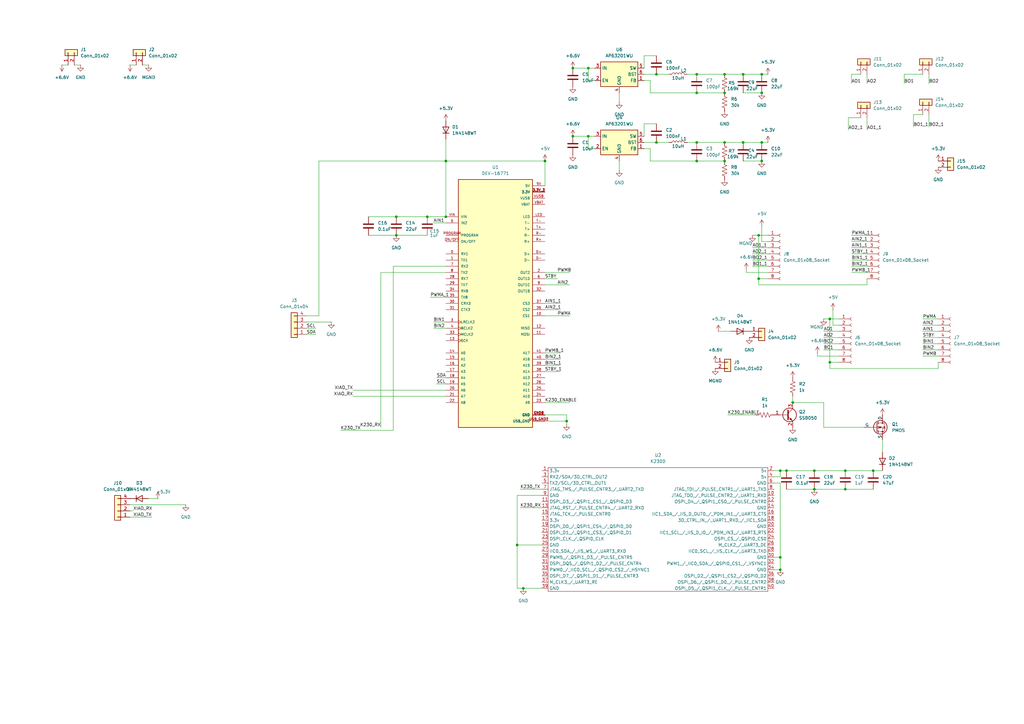
<source format=kicad_sch>
(kicad_sch (version 20250114) (generator "eeschema") (generator_version "9.0")
  (paper "A3")
  (junction (at 312.42 58.42))
  (junction (at 175.26 88.9))
  (junction (at 241.3 55.88))
  (junction (at 241.3 27.94))
  (junction (at 297.18 30.48))
  (junction (at 297.18 66.04))
  (junction (at 334.01 193.04))
  (junction (at 346.71 193.04))
  (junction (at 162.56 96.52))
  (junction (at 297.18 38.1))
  (junction (at 269.24 58.42))
  (junction (at 334.01 200.66))
  (junction (at 312.42 66.04))
  (junction (at 234.95 27.94))
  (junction (at 312.42 38.1))
  (junction (at 182.88 88.9))
  (junction (at 297.18 58.42))
  (junction (at 358.14 193.04))
  (junction (at 214.63 241.3))
  (junction (at 285.75 66.04))
  (junction (at 346.71 200.66))
  (junction (at 304.8 58.42))
  (junction (at 320.04 193.04))
  (junction (at 320.04 233.68))
  (junction (at 232.41 172.72))
  (junction (at 182.88 66.04))
  (junction (at 340.36 148.59))
  (junction (at 311.15 114.3))
  (junction (at 223.52 66.04))
  (junction (at 212.09 223.52))
  (junction (at 162.56 88.9))
  (junction (at 269.24 30.48))
  (junction (at 285.75 30.48))
  (junction (at 322.58 193.04))
  (junction (at 320.04 228.6))
  (junction (at 312.42 30.48))
  (junction (at 340.36 130.81))
  (junction (at 325.12 165.1))
  (junction (at 285.75 58.42))
  (junction (at 234.95 55.88))
  (junction (at 311.15 96.52))
  (junction (at 304.8 30.48))
  (junction (at 285.75 38.1))
  (wire (pts (xy 241.3 60.96) (xy 241.3 55.88)))
  (wire (pts (xy 182.88 66.04) (xy 130.81 66.04)))
  (wire (pts (xy 223.52 147.32) (xy 229.87 147.32)))
  (wire (pts (xy 340.36 130.81) (xy 344.17 130.81)))
  (wire (pts (xy 223.52 172.72) (xy 232.41 172.72)))
  (wire (pts (xy 312.42 66.04) (xy 304.8 66.04)))
  (wire (pts (xy 311.15 114.3) (xy 311.15 96.52)))
  (wire (pts (xy 53.34 207.01) (xy 76.2 207.01)))
  (wire (pts (xy 151.13 96.52) (xy 162.56 96.52)))
  (wire (pts (xy 384.81 151.13) (xy 340.36 151.13)))
  (wire (pts (xy 314.96 111.76) (xy 306.07 111.76)))
  (wire (pts (xy 317.5 228.6) (xy 320.04 228.6)))
  (wire (pts (xy 320.04 193.04) (xy 322.58 193.04)))
  (wire (pts (xy 347.98 48.26) (xy 347.98 53.34)))
  (wire (pts (xy 378.46 140.97) (xy 384.81 140.97)))
  (wire (pts (xy 241.3 55.88) (xy 234.95 55.88)))
  (wire (pts (xy 264.16 58.42) (xy 269.24 58.42)))
  (wire (pts (xy 325.12 162.56) (xy 325.12 165.1)))
  (wire (pts (xy 264.16 22.86) (xy 269.24 22.86)))
  (wire (pts (xy 223.52 170.18) (xy 232.41 170.18)))
  (wire (pts (xy 130.81 129.54) (xy 125.73 129.54)))
  (wire (pts (xy 254 41.91) (xy 254 38.1)))
  (wire (pts (xy 176.53 121.92) (xy 182.88 121.92)))
  (wire (pts (xy 308.61 109.22) (xy 314.96 109.22)))
  (wire (pts (xy 299.72 135.89) (xy 294.64 135.89)))
  (wire (pts (xy 355.6 48.26) (xy 355.6 53.34)))
  (wire (pts (xy 354.33 175.26) (xy 337.82 175.26)))
  (wire (pts (xy 156.21 111.76) (xy 182.88 111.76)))
  (wire (pts (xy 297.18 58.42) (xy 285.75 58.42)))
  (wire (pts (xy 274.32 58.42) (xy 269.24 58.42)))
  (wire (pts (xy 337.82 130.81) (xy 340.36 130.81)))
  (wire (pts (xy 264.16 55.88) (xy 264.16 50.8)))
  (wire (pts (xy 314.96 99.06) (xy 312.42 99.06)))
  (wire (pts (xy 223.52 127) (xy 229.87 127)))
  (wire (pts (xy 182.88 88.9) (xy 175.26 88.9)))
  (wire (pts (xy 139.7 176.53) (xy 161.29 176.53)))
  (wire (pts (xy 243.84 60.96) (xy 241.3 60.96)))
  (wire (pts (xy 223.52 111.76) (xy 233.68 111.76)))
  (wire (pts (xy 308.61 106.68) (xy 314.96 106.68)))
  (wire (pts (xy 344.17 148.59) (xy 340.36 148.59)))
  (wire (pts (xy 306.07 110.49) (xy 306.07 111.76)))
  (wire (pts (xy 349.25 106.68) (xy 355.6 106.68)))
  (wire (pts (xy 335.28 144.78) (xy 335.28 146.05)))
  (wire (pts (xy 297.18 30.48) (xy 285.75 30.48)))
  (wire (pts (xy 370.84 30.48) (xy 378.46 30.48)))
  (wire (pts (xy 337.82 143.51) (xy 344.17 143.51)))
  (wire (pts (xy 179.07 157.48) (xy 182.88 157.48)))
  (wire (pts (xy 53.34 26.67) (xy 55.88 26.67)))
  (wire (pts (xy 314.96 58.42) (xy 312.42 58.42)))
  (wire (pts (xy 346.71 200.66) (xy 358.14 200.66)))
  (wire (pts (xy 381 30.48) (xy 381 34.29)))
  (wire (pts (xy 223.52 149.86) (xy 229.87 149.86)))
  (wire (pts (xy 232.41 172.72) (xy 232.41 173.99)))
  (wire (pts (xy 349.25 101.6) (xy 355.6 101.6)))
  (wire (pts (xy 378.46 146.05) (xy 384.81 146.05)))
  (wire (pts (xy 374.65 46.99) (xy 378.46 46.99)))
  (wire (pts (xy 264.16 50.8) (xy 269.24 50.8)))
  (wire (pts (xy 33.02 26.67) (xy 30.48 26.67)))
  (wire (pts (xy 60.96 26.67) (xy 58.42 26.67)))
  (wire (pts (xy 311.15 116.84) (xy 311.15 114.3)))
  (wire (pts (xy 285.75 38.1) (xy 266.7 38.1)))
  (wire (pts (xy 355.6 116.84) (xy 311.15 116.84)))
  (wire (pts (xy 370.84 30.48) (xy 370.84 34.29)))
  (wire (pts (xy 314.96 114.3) (xy 311.15 114.3)))
  (wire (pts (xy 156.21 111.76) (xy 156.21 175.26)))
  (wire (pts (xy 297.18 66.04) (xy 285.75 66.04)))
  (wire (pts (xy 177.8 134.62) (xy 182.88 134.62)))
  (wire (pts (xy 322.58 200.66) (xy 334.01 200.66)))
  (wire (pts (xy 320.04 198.12) (xy 320.04 228.6)))
  (wire (pts (xy 144.78 162.56) (xy 182.88 162.56)))
  (wire (pts (xy 337.82 135.89) (xy 344.17 135.89)))
  (wire (pts (xy 241.3 33.02) (xy 241.3 27.94)))
  (wire (pts (xy 344.17 133.35) (xy 341.63 133.35)))
  (wire (pts (xy 151.13 88.9) (xy 162.56 88.9)))
  (wire (pts (xy 222.25 203.2) (xy 212.09 203.2)))
  (wire (pts (xy 223.52 152.4) (xy 229.87 152.4)))
  (wire (pts (xy 161.29 176.53) (xy 161.29 109.22)))
  (wire (pts (xy 64.77 204.47) (xy 60.96 204.47)))
  (wire (pts (xy 334.01 200.66) (xy 346.71 200.66)))
  (wire (pts (xy 317.5 198.12) (xy 320.04 198.12)))
  (wire (pts (xy 308.61 96.52) (xy 311.15 96.52)))
  (wire (pts (xy 125.73 134.62) (xy 129.54 134.62)))
  (wire (pts (xy 266.7 38.1) (xy 266.7 33.02)))
  (wire (pts (xy 223.52 124.46) (xy 229.87 124.46)))
  (wire (pts (xy 314.96 30.48) (xy 312.42 30.48)))
  (wire (pts (xy 125.73 132.08) (xy 135.89 132.08)))
  (wire (pts (xy 384.81 148.59) (xy 384.81 151.13)))
  (wire (pts (xy 312.42 92.71) (xy 312.42 99.06)))
  (wire (pts (xy 381 46.99) (xy 381 52.07)))
  (wire (pts (xy 213.36 200.66) (xy 222.25 200.66)))
  (wire (pts (xy 177.8 91.44) (xy 182.88 91.44)))
  (wire (pts (xy 334.01 193.04) (xy 346.71 193.04)))
  (wire (pts (xy 223.52 165.1) (xy 233.68 165.1)))
  (wire (pts (xy 349.25 109.22) (xy 355.6 109.22)))
  (wire (pts (xy 304.8 58.42) (xy 297.18 58.42)))
  (wire (pts (xy 320.04 233.68) (xy 317.5 233.68)))
  (wire (pts (xy 349.25 104.14) (xy 355.6 104.14)))
  (wire (pts (xy 378.46 138.43) (xy 384.81 138.43)))
  (wire (pts (xy 311.15 96.52) (xy 314.96 96.52)))
  (wire (pts (xy 340.36 148.59) (xy 340.36 130.81)))
  (wire (pts (xy 232.41 170.18) (xy 232.41 172.72)))
  (wire (pts (xy 274.32 30.48) (xy 269.24 30.48)))
  (wire (pts (xy 177.8 132.08) (xy 182.88 132.08)))
  (wire (pts (xy 281.94 30.48) (xy 285.75 30.48)))
  (wire (pts (xy 223.52 129.54) (xy 233.68 129.54)))
  (wire (pts (xy 308.61 104.14) (xy 314.96 104.14)))
  (wire (pts (xy 223.52 116.84) (xy 233.68 116.84)))
  (wire (pts (xy 322.58 193.04) (xy 334.01 193.04)))
  (wire (pts (xy 213.36 208.28) (xy 222.25 208.28)))
  (wire (pts (xy 254 69.85) (xy 254 66.04)))
  (wire (pts (xy 344.17 146.05) (xy 335.28 146.05)))
  (wire (pts (xy 281.94 58.42) (xy 285.75 58.42)))
  (wire (pts (xy 264.16 30.48) (xy 269.24 30.48)))
  (wire (pts (xy 222.25 223.52) (xy 212.09 223.52)))
  (wire (pts (xy 264.16 27.94) (xy 264.16 22.86)))
  (wire (pts (xy 266.7 66.04) (xy 266.7 60.96)))
  (wire (pts (xy 162.56 88.9) (xy 175.26 88.9)))
  (wire (pts (xy 62.23 212.09) (xy 53.34 212.09)))
  (wire (pts (xy 53.34 209.55) (xy 54.61 209.55)))
  (wire (pts (xy 337.82 175.26) (xy 337.82 165.1)))
  (wire (pts (xy 346.71 193.04) (xy 358.14 193.04)))
  (wire (pts (xy 337.82 165.1) (xy 325.12 165.1)))
  (wire (pts (xy 349.25 111.76) (xy 355.6 111.76)))
  (wire (pts (xy 349.25 30.48) (xy 349.25 34.29)))
  (wire (pts (xy 355.6 114.3) (xy 355.6 116.84)))
  (wire (pts (xy 378.46 143.51) (xy 384.81 143.51)))
  (wire (pts (xy 340.36 151.13) (xy 340.36 148.59)))
  (wire (pts (xy 304.8 30.48) (xy 297.18 30.48)))
  (wire (pts (xy 162.56 96.52) (xy 175.26 96.52)))
  (wire (pts (xy 312.42 38.1) (xy 304.8 38.1)))
  (wire (pts (xy 298.45 170.18) (xy 309.88 170.18)))
  (wire (pts (xy 349.25 99.06) (xy 355.6 99.06)))
  (wire (pts (xy 317.5 195.58) (xy 320.04 195.58)))
  (wire (pts (xy 266.7 33.02) (xy 264.16 33.02)))
  (wire (pts (xy 223.52 66.04) (xy 182.88 66.04)))
  (wire (pts (xy 212.09 223.52) (xy 212.09 241.3)))
  (wire (pts (xy 349.25 30.48) (xy 353.06 30.48)))
  (wire (pts (xy 125.73 137.16) (xy 129.54 137.16)))
  (wire (pts (xy 223.52 76.2) (xy 223.52 66.04)))
  (wire (pts (xy 285.75 66.04) (xy 266.7 66.04)))
  (wire (pts (xy 308.61 101.6) (xy 314.96 101.6)))
  (wire (pts (xy 161.29 109.22) (xy 182.88 109.22)))
  (wire (pts (xy 378.46 133.35) (xy 384.81 133.35)))
  (wire (pts (xy 25.4 26.67) (xy 27.94 26.67)))
  (wire (pts (xy 320.04 195.58) (xy 320.04 193.04)))
  (wire (pts (xy 341.63 127) (xy 341.63 133.35)))
  (wire (pts (xy 266.7 60.96) (xy 264.16 60.96)))
  (wire (pts (xy 355.6 30.48) (xy 355.6 34.29)))
  (wire (pts (xy 243.84 27.94) (xy 241.3 27.94)))
  (wire (pts (xy 182.88 57.15) (xy 182.88 66.04)))
  (wire (pts (xy 378.46 130.81) (xy 384.81 130.81)))
  (wire (pts (xy 378.46 135.89) (xy 384.81 135.89)))
  (wire (pts (xy 243.84 55.88) (xy 241.3 55.88)))
  (wire (pts (xy 304.8 30.48) (xy 312.42 30.48)))
  (wire (pts (xy 337.82 138.43) (xy 344.17 138.43)))
  (wire (pts (xy 241.3 27.94) (xy 234.95 27.94)))
  (wire (pts (xy 243.84 33.02) (xy 241.3 33.02)))
  (wire (pts (xy 358.14 193.04) (xy 361.95 193.04)))
  (wire (pts (xy 361.95 180.34) (xy 361.95 185.42)))
  (wire (pts (xy 214.63 241.3) (xy 222.25 241.3)))
  (wire (pts (xy 317.5 193.04) (xy 320.04 193.04)))
  (wire (pts (xy 347.98 48.26) (xy 353.06 48.26)))
  (wire (pts (xy 212.09 241.3) (xy 214.63 241.3)))
  (wire (pts (xy 223.52 114.3) (xy 228.6 114.3)))
  (wire (pts (xy 337.82 140.97) (xy 344.17 140.97)))
  (wire (pts (xy 297.18 38.1) (xy 285.75 38.1)))
  (wire (pts (xy 144.78 160.02) (xy 182.88 160.02)))
  (wire (pts (xy 320.04 228.6) (xy 320.04 233.68)))
  (wire (pts (xy 304.8 58.42) (xy 312.42 58.42)))
  (wire (pts (xy 223.52 144.78) (xy 229.87 144.78)))
  (wire (pts (xy 182.88 66.04) (xy 182.88 88.9)))
  (wire (pts (xy 130.81 66.04) (xy 130.81 129.54)))
  (wire (pts (xy 349.25 96.52) (xy 355.6 96.52)))
  (wire (pts (xy 374.65 46.99) (xy 374.65 52.07)))
  (wire (pts (xy 179.07 154.94) (xy 182.88 154.94)))
  (wire (pts (xy 212.09 203.2) (xy 212.09 223.52)))
  (label "XIAO_TX" (at 62.23 212.09 180))
  (label "PWMA_1" (at 349.25 96.52 0))
  (label "K230_ENABLE" (at 223.52 165.1 0))
  (label "BO2_1" (at 308.61 106.68 0))
  (label "SCL" (at 179.07 157.48 0))
  (label "BO2" (at 337.82 140.97 0))
  (label "PWMA" (at 228.6 129.54 0))
  (label "AIN1_1" (at 349.25 101.6 0))
  (label "K230_RX" (at 156.21 175.26 180))
  (label "PWMA_1" (at 176.53 121.92 0))
  (label "PWMA" (at 378.46 130.81 0))
  (label "AIN2_1" (at 349.25 99.06 0))
  (label "K230_TX" (at 139.7 176.53 0))
  (label "BO1_1" (at 308.61 109.22 0))
  (label "BO2_1" (at 381 52.07 0))
  (label "BO1" (at 370.84 34.29 0))
  (label "BIN2_1" (at 349.25 109.22 0))
  (label "XIAO_RX" (at 54.61 209.55 0))
  (label "AIN2" (at 378.46 133.35 0))
  (label "AO2" (at 355.6 34.29 0))
  (label "AO1_1" (at 308.61 101.6 0))
  (label "AO2_1" (at 308.61 104.14 0))
  (label "AIN1" (at 378.46 135.89 0))
  (label "SDA" (at 179.07 154.94 0))
  (label "STBY" (at 378.46 138.43 0))
  (label "SDA" (at 125.73 137.16 0))
  (label "XIAO_RX" (at 144.78 162.56 180))
  (label "AIN2" (at 228.6 116.84 0))
  (label "AO2_1" (at 347.98 53.34 0))
  (label "BO2" (at 381 34.29 0))
  (label "K230_TX" (at 213.36 200.66 0))
  (label "XIAO_TX" (at 144.78 160.02 180))
  (label "SCL" (at 125.73 134.62 0))
  (label "PWMB_1" (at 223.52 144.78 0))
  (label "BIN2_1" (at 223.52 147.32 0))
  (label "BIN1" (at 177.8 132.08 0))
  (label "BO1" (at 337.82 143.51 0))
  (label "AO1" (at 349.25 34.29 0))
  (label "AO2" (at 337.82 138.43 0))
  (label "BO1_1" (at 374.65 52.07 0))
  (label "BIN1" (at 378.46 140.97 0))
  (label "BIN2" (at 177.8 134.62 0))
  (label "K230_ENABLE" (at 298.45 170.18 0))
  (label "BIN2" (at 378.46 143.51 0))
  (label "AIN1" (at 177.8 91.44 0))
  (label "PWMB" (at 378.46 146.05 0))
  (label "BIN1_1" (at 223.52 149.86 0))
  (label "STBY_1" (at 349.25 104.14 0))
  (label "AIN1_1" (at 223.52 124.46 0))
  (label "PWMB" (at 228.6 111.76 0))
  (label "BIN1_1" (at 349.25 106.68 0))
  (label "AO1" (at 337.82 135.89 0))
  (label "PWMB_1" (at 349.25 111.76 0))
  (label "STBY_1" (at 223.52 152.4 0))
  (label "AO1_1" (at 355.6 53.34 0))
  (label "STBY" (at 223.52 114.3 0))
  (label "AIN2_1" (at 223.52 127 0))
  (label "K230_RX" (at 213.36 208.28 0))
  (symbol (lib_id "Device:C") (at 269.24 26.67 0) (unit 1)
    (property "Reference" "C6" (at 273.05 25.3999 0) (effects (justify left)))
    (property "Value" "100nF" (at 273.05 27.9399 0) (effects (justify left)))
    (property "Footprint" "Capacitor_SMD:C_0603_1608Metric" (effects (hide yes)))
    (property "Description" "Unpolarized capacitor" (effects (hide yes)))
  )
  (symbol (lib_id "Device:L") (at 278.13 30.48 90) (unit 1)
    (property "Reference" "L2" (at 280.416 28.956 90))
    (property "Value" "10uH" (at 278.13 32.004 90))
    (property "Footprint" "Inductor_SMD:L_0603_1608Metric" (effects (hide yes)))
    (property "Description" "Inductor" (effects (hide yes)))
  )
  (symbol (lib_id "power:GND") (at 254 41.91 0) (unit 1)
    (property "Reference" "#PWR010" (effects (hide yes)))
    (property "Value" "GND" (at 254 46.99 0))
    (property "Description" "Power symbol creates a global label with name \"GND\" , ground" (effects (hide yes)))
  )
  (symbol (lib_id "power:GND") (at 325.12 175.26 0) (unit 1)
    (property "Reference" "#PWR041" (effects (hide yes)))
    (property "Value" "GND" (at 325.12 180.34 0))
    (property "Description" "Power symbol creates a global label with name \"GND\" , ground" (effects (hide yes)))
  )
  (symbol (lib_id "power:+1V0") (at 234.95 27.94 0) (unit 1)
    (property "Reference" "#PWR028" (effects (hide yes)))
    (property "Value" "+6.6V" (at 234.95 22.86 0))
    (property "Description" "Power symbol creates a global label with name \"+1V0\"" (effects (hide yes)))
  )
  (symbol (lib_id "Connector:Conn_01x08_Socket") (at 360.68 104.14 0) (unit 1)
    (property "Reference" "J9" (at 361.95 104.1399 0) (effects (justify left)))
    (property "Value" "Conn_01x08_Socket" (at 361.95 106.6799 0) (effects (justify left)))
    (property "Footprint" "Connector_PinHeader_2.54mm:PinHeader_1x08_P2.54mm_Vertical_SMD_Pin1Left" (effects (hide yes)))
    (property "Description" "Generic connector, single row, 01x08, script generated" (effects (hide yes)))
  )
  (symbol (lib_id "Device:C") (at 162.56 92.71 0) (unit 1)
    (property "Reference" "C14" (at 166.37 91.4399 0) (effects (justify left)))
    (property "Value" "22uF" (at 166.37 93.9799 0) (effects (justify left)))
    (property "Footprint" "Capacitor_SMD:C_0603_1608Metric" (effects (hide yes)))
    (property "Description" "Unpolarized capacitor" (effects (hide yes)))
  )
  (symbol (lib_id "Connector:Conn_01x08_Socket") (at 389.89 138.43 0) (unit 1)
    (property "Reference" "J7" (at 391.16 138.4299 0) (effects (justify left)))
    (property "Value" "Conn_01x08_Socket" (at 391.16 140.9699 0) (effects (justify left)))
    (property "Footprint" "Connector_PinHeader_2.54mm:PinHeader_1x08_P2.54mm_Vertical_SMD_Pin1Left" (effects (hide yes)))
    (property "Description" "Generic connector, single row, 01x08, script generated" (effects (hide yes)))
  )
  (symbol (lib_id "power:+1V0") (at 341.63 127 0) (unit 1)
    (property "Reference" "#PWR032" (effects (hide yes)))
    (property "Value" "+5V" (at 341.63 121.92 0))
    (property "Description" "Power symbol creates a global label with name \"+1V0\"" (effects (hide yes)))
  )
  (symbol (lib_id "Device:C") (at 234.95 59.69 0) (unit 1)
    (property "Reference" "C1" (at 238.76 58.4199 0) (effects (justify left)))
    (property "Value" "10uF" (at 238.76 60.9599 0) (effects (justify left)))
    (property "Footprint" "Capacitor_SMD:C_0603_1608Metric" (effects (hide yes)))
    (property "Description" "Unpolarized capacitor" (effects (hide yes)))
  )
  (symbol (lib_id "power:+1V0") (at 361.95 170.18 0) (unit 1)
    (property "Reference" "#PWR013" (effects (hide yes)))
    (property "Value" "+5.3V" (at 361.95 165.1 0))
    (property "Description" "Power symbol creates a global label with name \"+1V0\"" (effects (hide yes)))
  )
  (symbol (lib_id "Device:C") (at 322.58 196.85 0) (unit 1)
    (property "Reference" "C17" (at 326.39 195.5799 0) (effects (justify left)))
    (property "Value" "0.1uF" (at 326.39 198.1199 0) (effects (justify left)))
    (property "Footprint" "Capacitor_SMD:C_0603_1608Metric" (effects (hide yes)))
    (property "Description" "Unpolarized capacitor" (effects (hide yes)))
  )
  (symbol (lib_id "power:+1V0") (at 25.4 26.67 180) (unit 1)
    (property "Reference" "#PWR01" (effects (hide yes)))
    (property "Value" "+6.6V" (at 25.4 31.75 0))
    (property "Description" "Power symbol creates a global label with name \"+1V0\"" (effects (hide yes)))
  )
  (symbol (lib_id "K230D:K230D-Zero") (at 223.52 190.5 0) (unit 1)
    (property "Reference" "U2" (at 269.875 186.69 0))
    (property "Value" "K230D" (at 269.875 189.23 0))
    (property "Footprint" "Connector_PinSocket_2.54mm:PinSocket_2x20_P2.54mm_Vertical_SMD" (effects (hide yes)))
    (property "Datasheet" "https://docs.banana-pi.org/en/BPI-CanMV-K230D/BananaPi_BPI-CanMV-K230D-Zero" (effects (hide yes)))
  )
  (symbol (lib_id "power:+1V0") (at 335.28 144.78 0) (unit 1)
    (property "Reference" "#PWR023" (effects (hide yes)))
    (property "Value" "+6.6V" (at 335.28 139.7 0))
    (property "Description" "Power symbol creates a global label with name \"+1V0\"" (effects (hide yes)))
  )
  (symbol (lib_id "Connector_Generic:Conn_01x02") (at 378.46 25.4 90) (unit 1)
    (property "Reference" "J12" (at 383.54 24.1299 90) (effects (justify right)))
    (property "Value" "Conn_01x02" (at 383.54 26.6699 90) (effects (justify right)))
    (property "Footprint" "Connector_TE-Connectivity:TE_440054-2_1x02_P2.00mm_Vertical" (effects (hide yes)))
    (property "Description" "Generic connector, single row, 01x02, script generated (kicad-library-utils/schlib/autogen/connector/)" (effects (hide yes)))
  )
  (symbol (lib_id "Device:R_US") (at 297.18 34.29 0) (unit 1)
    (property "Reference" "R5" (at 298.704 34.036 0) (effects (justify left)))
    (property "Value" "169k" (at 298.196 36.322 0) (effects (justify left)))
    (property "Footprint" "Resistor_SMD:R_0603_1608Metric" (effects (hide yes)))
    (property "Description" "Resistor, US symbol" (effects (hide yes)))
  )
  (symbol (lib_id "Connector:Conn_01x08_Socket") (at 320.04 104.14 0) (unit 1)
    (property "Reference" "J8" (at 321.31 104.1399 0) (effects (justify left)))
    (property "Value" "Conn_01x08_Socket" (at 321.31 106.6799 0) (effects (justify left)))
    (property "Footprint" "Connector_PinHeader_2.54mm:PinHeader_1x08_P2.54mm_Vertical_SMD_Pin1Left" (effects (hide yes)))
    (property "Description" "Generic connector, single row, 01x08, script generated" (effects (hide yes)))
  )
  (symbol (lib_id "Connector_Generic:Conn_01x04") (at 48.26 209.55 180) (unit 1)
    (property "Reference" "J10" (at 48.26 198.12 0))
    (property "Value" "Conn_01x04" (at 48.26 200.66 0))
    (property "Footprint" "Connector_JST:JST_XH_B4B-XH-A_1x04_P2.50mm_Vertical" (effects (hide yes)))
    (property "Description" "Generic connector, single row, 01x04, script generated (kicad-library-utils/schlib/autogen/connector/)" (effects (hide yes)))
  )
  (symbol (lib_id "power:+1V0") (at 314.96 58.42 0) (unit 1)
    (property "Reference" "#PWR031" (effects (hide yes)))
    (property "Value" "+5.3V" (at 314.96 53.34 0))
    (property "Description" "Power symbol creates a global label with name \"+1V0\"" (effects (hide yes)))
  )
  (symbol (lib_id "power:+1V0") (at 182.88 49.53 0) (unit 1)
    (property "Reference" "#PWR012" (effects (hide yes)))
    (property "Value" "+5.3V" (at 182.88 44.45 0))
    (property "Description" "Power symbol creates a global label with name \"+1V0\"" (effects (hide yes)))
  )
  (symbol (lib_id "Connector_Generic:Conn_01x02") (at 27.94 21.59 90) (unit 1)
    (property "Reference" "J1" (at 33.02 20.3199 90) (effects (justify right)))
    (property "Value" "Conn_01x02" (at 33.02 22.8599 90) (effects (justify right)))
    (property "Footprint" "Connector_TE-Connectivity:TE_440054-2_1x02_P2.00mm_Vertical" (effects (hide yes)))
    (property "Description" "Generic connector, single row, 01x02, script generated (kicad-library-utils/schlib/autogen/connector/)" (effects (hide yes)))
  )
  (symbol (lib_id "Connector_Generic:Conn_01x02") (at 55.88 21.59 90) (unit 1)
    (property "Reference" "J2" (at 60.96 20.3199 90) (effects (justify right)))
    (property "Value" "Conn_01x02" (at 60.96 22.8599 90) (effects (justify right)))
    (property "Footprint" "Connector_TE-Connectivity:TE_440054-2_1x02_P2.00mm_Vertical" (effects (hide yes)))
    (property "Description" "Generic connector, single row, 01x02, script generated (kicad-library-utils/schlib/autogen/connector/)" (effects (hide yes)))
  )
  (symbol (lib_id "Connector_Generic:Conn_01x02") (at 378.46 41.91 90) (unit 1)
    (property "Reference" "J14" (at 383.54 40.6399 90) (effects (justify right)))
    (property "Value" "Conn_01x02" (at 383.54 43.1799 90) (effects (justify right)))
    (property "Footprint" "Connector_TE-Connectivity:TE_440054-2_1x02_P2.00mm_Vertical" (effects (hide yes)))
    (property "Description" "Generic connector, single row, 01x02, script generated (kicad-library-utils/schlib/autogen/connector/)" (effects (hide yes)))
  )
  (symbol (lib_id "power:GND") (at 232.41 173.99 0) (unit 1)
    (property "Reference" "#PWR017" (effects (hide yes)))
    (property "Value" "GND" (at 232.41 179.07 0))
    (property "Description" "Power symbol creates a global label with name \"GND\" , ground" (effects (hide yes)))
  )
  (symbol (lib_id "power:GND") (at 293.37 151.13 0) (unit 1)
    (property "Reference" "#PWR037" (effects (hide yes)))
    (property "Value" "MGND" (at 293.37 156.21 0))
    (property "Description" "Power symbol creates a global label with name \"GND\" , ground" (effects (hide yes)))
  )
  (symbol (lib_id "power:+1V0") (at 293.37 148.59 0) (unit 1)
    (property "Reference" "#PWR036" (effects (hide yes)))
    (property "Value" "+6.6V" (at 293.37 143.51 0))
    (property "Description" "Power symbol creates a global label with name \"+1V0\"" (effects (hide yes)))
  )
  (symbol (lib_id "Device:C") (at 234.95 31.75 0) (unit 1)
    (property "Reference" "C5" (at 238.76 30.4799 0) (effects (justify left)))
    (property "Value" "10uF" (at 238.76 33.0199 0) (effects (justify left)))
    (property "Footprint" "Capacitor_SMD:C_0603_1608Metric" (effects (hide yes)))
    (property "Description" "Unpolarized capacitor" (effects (hide yes)))
  )
  (symbol (lib_id "power:+1V0") (at 294.64 135.89 0) (unit 1)
    (property "Reference" "#PWR034" (effects (hide yes)))
    (property "Value" "+5.3V" (at 294.64 130.81 0))
    (property "Description" "Power symbol creates a global label with name \"+1V0\"" (effects (hide yes)))
  )
  (symbol (lib_id "Connector_Generic:Conn_01x04") (at 120.65 134.62 180) (unit 1)
    (property "Reference" "J3" (at 120.65 123.19 0))
    (property "Value" "Conn_01x04" (at 120.65 125.73 0))
    (property "Footprint" "Connector_JST:JST_XH_B4B-XH-A_1x04_P2.50mm_Vertical" (effects (hide yes)))
    (property "Description" "Generic connector, single row, 01x04, script generated (kicad-library-utils/schlib/autogen/connector/)" (effects (hide yes)))
  )
  (symbol (lib_id "Diode:1N4148WT") (at 57.15 204.47 0) (unit 1)
    (property "Reference" "D3" (at 57.15 198.12 0))
    (property "Value" "1N4148WT" (at 57.15 200.66 0))
    (property "Footprint" "Diode_SMD:D_SOD-523" (effects (hide yes)))
    (property "Datasheet" "https://www.diodes.com/assets/Datasheets/ds30396.pdf" (effects (hide yes)))
    (property "Description" "75V 0.15A Fast switching Diode, SOD-523" (effects (hide yes)))
    (property "Sim.Device" "D" (effects (hide yes)))
    (property "Sim.Pins" "1=K 2=A" (effects (hide yes)))
  )
  (symbol (lib_id "Connector_Generic:Conn_01x02") (at 353.06 25.4 90) (unit 1)
    (property "Reference" "J11" (at 358.14 24.1299 90) (effects (justify right)))
    (property "Value" "Conn_01x02" (at 358.14 26.6699 90) (effects (justify right)))
    (property "Footprint" "Connector_TE-Connectivity:TE_440054-2_1x02_P2.00mm_Vertical" (effects (hide yes)))
    (property "Description" "Generic connector, single row, 01x02, script generated (kicad-library-utils/schlib/autogen/connector/)" (effects (hide yes)))
  )
  (symbol (lib_id "Device:R_US") (at 297.18 62.23 0) (unit 1)
    (property "Reference" "R7" (at 298.704 61.976 0) (effects (justify left)))
    (property "Value" "169k" (at 298.196 64.262 0) (effects (justify left)))
    (property "Footprint" "Resistor_SMD:R_0603_1608Metric" (effects (hide yes)))
    (property "Description" "Resistor, US symbol" (effects (hide yes)))
  )
  (symbol (lib_id "Device:R_US") (at 297.18 69.85 0) (unit 1)
    (property "Reference" "R8" (at 299.72 68.5799 0) (effects (justify left)))
    (property "Value" "30k" (at 299.72 71.1199 0) (effects (justify left)))
    (property "Footprint" "Resistor_SMD:R_0603_1608Metric" (effects (hide yes)))
    (property "Description" "Resistor, US symbol" (effects (hide yes)))
  )
  (symbol (lib_id "power:GND") (at 312.42 38.1 0) (unit 1)
    (property "Reference" "#PWR027" (effects (hide yes)))
    (property "Value" "GND" (at 312.42 43.18 0))
    (property "Description" "Power symbol creates a global label with name \"GND\" , ground" (effects (hide yes)))
  )
  (symbol (lib_id "Connector_Generic:Conn_01x02") (at 389.89 66.04 0) (unit 1)
    (property "Reference" "J15" (at 392.43 66.0399 0) (effects (justify left)))
    (property "Value" "Conn_01x02" (at 392.43 68.5799 0) (effects (justify left)))
    (property "Footprint" "Connector_TE-Connectivity:TE_440054-2_1x02_P2.00mm_Vertical" (effects (hide yes)))
    (property "Description" "Generic connector, single row, 01x02, script generated (kicad-library-utils/schlib/autogen/connector/)" (effects (hide yes)))
  )
  (symbol (lib_id "Device:C") (at 269.24 54.61 0) (unit 1)
    (property "Reference" "C2" (at 273.05 53.3399 0) (effects (justify left)))
    (property "Value" "100nF" (at 273.05 55.8799 0) (effects (justify left)))
    (property "Footprint" "Capacitor_SMD:C_0603_1608Metric" (effects (hide yes)))
    (property "Description" "Unpolarized capacitor" (effects (hide yes)))
  )
  (symbol (lib_id "Connector_Generic:Conn_01x02") (at 312.42 135.89 0) (unit 1)
    (property "Reference" "J4" (at 314.96 135.8899 0) (effects (justify left)))
    (property "Value" "Conn_01x02" (at 314.96 138.4299 0) (effects (justify left)))
    (property "Footprint" "Connector_TE-Connectivity:TE_440054-2_1x02_P2.00mm_Vertical" (effects (hide yes)))
    (property "Description" "Generic connector, single row, 01x02, script generated (kicad-library-utils/schlib/autogen/connector/)" (effects (hide yes)))
  )
  (symbol (lib_id "power:GND") (at 234.95 35.56 0) (unit 1)
    (property "Reference" "#PWR09" (effects (hide yes)))
    (property "Value" "GND" (at 234.95 40.64 0))
    (property "Description" "Power symbol creates a global label with name \"GND\" , ground" (effects (hide yes)))
  )
  (symbol (lib_id "Transistor_BJT:SS8050") (at 322.58 170.18 0) (unit 1)
    (property "Reference" "Q2" (at 327.66 168.9099 0) (effects (justify left)))
    (property "Value" "SS8050" (at 327.66 171.4499 0) (effects (justify left)))
    (property "Footprint" "Package_TO_SOT_SMD:SOT-23" (effects (hide yes)))
    (property "Datasheet" "http://www.secosgmbh.com/datasheet/products/SSMPTransistor/SOT-23/SS8050.pdf" (effects (hide yes)))
    (property "Description" "General Purpose NPN Transistor, 1.5A Ic, 25V Vce, SOT-23" (effects (hide yes)))
  )
  (symbol (lib_id "Connector_Generic:Conn_01x02") (at 353.06 43.18 90) (unit 1)
    (property "Reference" "J13" (at 358.14 41.9099 90) (effects (justify right)))
    (property "Value" "Conn_01x02" (at 358.14 44.4499 90) (effects (justify right)))
    (property "Footprint" "Connector_TE-Connectivity:TE_440054-2_1x02_P2.00mm_Vertical" (effects (hide yes)))
    (property "Description" "Generic connector, single row, 01x02, script generated (kicad-library-utils/schlib/autogen/connector/)" (effects (hide yes)))
  )
  (symbol (lib_id "power:GND") (at 76.2 207.01 0) (unit 1)
    (property "Reference" "#PWR025" (effects (hide yes)))
    (property "Value" "GND" (at 76.2 212.09 0))
    (property "Description" "Power symbol creates a global label with name \"GND\" , ground" (effects (hide yes)))
  )
  (symbol (lib_id "Device:C") (at 285.75 34.29 0) (unit 1)
    (property "Reference" "C7" (at 289.56 33.0199 0) (effects (justify left)))
    (property "Value" "100pF" (at 289.56 35.5599 0) (effects (justify left)))
    (property "Footprint" "Capacitor_SMD:C_0603_1608Metric" (effects (hide yes)))
    (property "Description" "Unpolarized capacitor" (effects (hide yes)))
  )
  (symbol (lib_id "power:+1V0") (at 306.07 110.49 0) (unit 1)
    (property "Reference" "#PWR022" (effects (hide yes)))
    (property "Value" "+6.6V" (at 306.07 105.41 0))
    (property "Description" "Power symbol creates a global label with name \"+1V0\"" (effects (hide yes)))
  )
  (symbol (lib_id "power:+1V0") (at 64.77 204.47 0) (unit 1)
    (property "Reference" "#PWR014" (effects (hide yes)))
    (property "Value" "+5.3V" (at 67.056 201.676 0))
    (property "Description" "Power symbol creates a global label with name \"+1V0\"" (effects (hide yes)))
  )
  (symbol (lib_id "Device:C") (at 304.8 62.23 0) (unit 1)
    (property "Reference" "C4" (at 306.832 61.722 0) (effects (justify left)))
    (property "Value" "22uF" (at 306.07 64.262 0) (effects (justify left)))
    (property "Footprint" "Capacitor_SMD:C_0603_1608Metric" (effects (hide yes)))
    (property "Description" "Unpolarized capacitor" (effects (hide yes)))
  )
  (symbol (lib_id "power:GND") (at 308.61 96.52 0) (unit 1)
    (property "Reference" "#PWR05" (effects (hide yes)))
    (property "Value" "MGND" (at 305.816 99.822 0))
    (property "Description" "Power symbol creates a global label with name \"GND\" , ground" (effects (hide yes)))
  )
  (symbol (lib_id "power:+1V0") (at 325.12 154.94 0) (unit 1)
    (property "Reference" "#PWR040" (effects (hide yes)))
    (property "Value" "+5.3V" (at 325.12 149.86 0))
    (property "Description" "Power symbol creates a global label with name \"+1V0\"" (effects (hide yes)))
  )
  (symbol (lib_id "Device:C") (at 358.14 196.85 0) (unit 1)
    (property "Reference" "C20" (at 361.95 195.5799 0) (effects (justify left)))
    (property "Value" "47uF" (at 361.95 198.1199 0) (effects (justify left)))
    (property "Footprint" "Capacitor_SMD:C_0603_1608Metric" (effects (hide yes)))
    (property "Description" "Unpolarized capacitor" (effects (hide yes)))
  )
  (symbol (lib_id "Connector_Generic:Conn_01x02") (at 298.45 148.59 0) (unit 1)
    (property "Reference" "J5" (at 300.99 148.5899 0) (effects (justify left)))
    (property "Value" "Conn_01x02" (at 300.99 151.1299 0) (effects (justify left)))
    (property "Footprint" "Connector_TE-Connectivity:TE_440054-2_1x02_P2.00mm_Vertical" (effects (hide yes)))
    (property "Description" "Generic connector, single row, 01x02, script generated (kicad-library-utils/schlib/autogen/connector/)" (effects (hide yes)))
  )
  (symbol (lib_id "Device:R_US") (at 313.69 170.18 90) (unit 1)
    (property "Reference" "R1" (at 313.69 163.83 90))
    (property "Value" "1k" (at 313.69 166.37 90))
    (property "Footprint" "Resistor_SMD:R_0603_1608Metric" (effects (hide yes)))
    (property "Description" "Resistor, US symbol" (effects (hide yes)))
  )
  (symbol (lib_id "power:+1V0") (at 312.42 92.71 0) (unit 1)
    (property "Reference" "#PWR016" (effects (hide yes)))
    (property "Value" "+5V" (at 312.42 87.63 0))
    (property "Description" "Power symbol creates a global label with name \"+1V0\"" (effects (hide yes)))
  )
  (symbol (lib_id "power:+1V0") (at 234.95 55.88 0) (unit 1)
    (property "Reference" "#PWR06" (effects (hide yes)))
    (property "Value" "+6.6V" (at 234.95 50.8 0))
    (property "Description" "Power symbol creates a global label with name \"+1V0\"" (effects (hide yes)))
  )
  (symbol (lib_id "Regulator_Switching:AP63201WU") (at 254 58.42 0) (unit 1)
    (property "Reference" "U4" (at 254 48.26 0))
    (property "Value" "AP63201WU" (at 254 50.8 0))
    (property "Footprint" "Package_TO_SOT_SMD:TSOT-23-6" (effects (hide yes)))
    (property "Datasheet" "https://www.diodes.com/assets/Datasheets/AP63200-AP63201-AP63203-AP63205.pdf" (effects (hide yes)))
    (property "Description" "2A, 500kHz Buck DC/DC Converter, adjustable output voltage, TSOT-23-6" (effects (hide yes)))
  )
  (symbol (lib_id "Diode:1N4148WT") (at 182.88 53.34 90) (unit 1)
    (property "Reference" "D1" (at 185.42 52.0699 90) (effects (justify right)))
    (property "Value" "1N4148WT" (at 185.42 54.6099 90) (effects (justify right)))
    (property "Footprint" "Diode_SMD:D_SOD-523" (effects (hide yes)))
    (property "Datasheet" "https://www.diodes.com/assets/Datasheets/ds30396.pdf" (effects (hide yes)))
    (property "Description" "75V 0.15A Fast switching Diode, SOD-523" (effects (hide yes)))
    (property "Sim.Device" "D" (effects (hide yes)))
    (property "Sim.Pins" "1=K 2=A" (effects (hide yes)))
  )
  (symbol (lib_id "power:GND") (at 135.89 132.08 0) (unit 1)
    (property "Reference" "#PWR033" (effects (hide yes)))
    (property "Value" "GND" (at 135.89 137.16 0))
    (property "Description" "Power symbol creates a global label with name \"GND\" , ground" (effects (hide yes)))
  )
  (symbol (lib_id "Device:C") (at 151.13 92.71 0) (unit 1)
    (property "Reference" "C16" (at 154.94 91.4399 0) (effects (justify left)))
    (property "Value" "0.1uF" (at 154.94 93.9799 0) (effects (justify left)))
    (property "Footprint" "Capacitor_SMD:C_0603_1608Metric" (effects (hide yes)))
    (property "Description" "Unpolarized capacitor" (effects (hide yes)))
  )
  (symbol (lib_id "power:GND") (at 214.63 241.3 0) (unit 1)
    (property "Reference" "#PWR019" (effects (hide yes)))
    (property "Value" "GND" (at 214.63 246.38 0))
    (property "Description" "Power symbol creates a global label with name \"GND\" , ground" (effects (hide yes)))
  )
  (symbol (lib_id "power:+1V0") (at 53.34 26.67 180) (unit 1)
    (property "Reference" "#PWR03" (effects (hide yes)))
    (property "Value" "+6.6V" (at 53.34 31.75 0))
    (property "Description" "Power symbol creates a global label with name \"+1V0\"" (effects (hide yes)))
  )
  (symbol (lib_id "Device:C") (at 304.8 34.29 0) (unit 1)
    (property "Reference" "C9" (at 306.832 33.782 0) (effects (justify left)))
    (property "Value" "22uF" (at 306.07 36.322 0) (effects (justify left)))
    (property "Footprint" "Capacitor_SMD:C_0603_1608Metric" (effects (hide yes)))
    (property "Description" "Unpolarized capacitor" (effects (hide yes)))
  )
  (symbol (lib_id "power:GND") (at 297.18 73.66 0) (unit 1)
    (property "Reference" "#PWR029" (effects (hide yes)))
    (property "Value" "GND" (at 297.18 78.74 0))
    (property "Description" "Power symbol creates a global label with name \"GND\" , ground" (effects (hide yes)))
  )
  (symbol (lib_id "power:GND") (at 337.82 130.81 0) (unit 1)
    (property "Reference" "#PWR024" (effects (hide yes)))
    (property "Value" "MGND" (at 335.026 134.112 0))
    (property "Description" "Power symbol creates a global label with name \"GND\" , ground" (effects (hide yes)))
  )
  (symbol (lib_id "power:GND") (at 307.34 138.43 0) (unit 1)
    (property "Reference" "#PWR035" (effects (hide yes)))
    (property "Value" "GND" (at 307.34 143.51 0))
    (property "Description" "Power symbol creates a global label with name \"GND\" , ground" (effects (hide yes)))
  )
  (symbol (lib_id "power:GND") (at 254 69.85 0) (unit 1)
    (property "Reference" "#PWR08" (effects (hide yes)))
    (property "Value" "GND" (at 254 74.93 0))
    (property "Description" "Power symbol creates a global label with name \"GND\" , ground" (effects (hide yes)))
  )
  (symbol (lib_id "Connector:Conn_01x08_Socket") (at 349.25 138.43 0) (unit 1)
    (property "Reference" "J6" (at 350.52 138.4299 0) (effects (justify left)))
    (property "Value" "Conn_01x08_Socket" (at 350.52 140.9699 0) (effects (justify left)))
    (property "Footprint" "Connector_PinHeader_2.54mm:PinHeader_1x08_P2.54mm_Vertical_SMD_Pin1Left" (effects (hide yes)))
    (property "Description" "Generic connector, single row, 01x08, script generated" (effects (hide yes)))
  )
  (symbol (lib_id "power:GND") (at 33.02 26.67 0) (unit 1)
    (property "Reference" "#PWR02" (effects (hide yes)))
    (property "Value" "GND" (at 33.02 31.75 0))
    (property "Description" "Power symbol creates a global label with name \"GND\" , ground" (effects (hide yes)))
  )
  (symbol (lib_id "power:GND") (at 384.81 68.58 0) (unit 1)
    (property "Reference" "#PWR039" (effects (hide yes)))
    (property "Value" "GND" (at 384.81 73.66 0))
    (property "Description" "Power symbol creates a global label with name \"GND\" , ground" (effects (hide yes)))
  )
  (symbol (lib_id "Simulation_SPICE:PMOS") (at 359.41 175.26 0) (unit 1)
    (property "Reference" "Q1" (at 365.76 173.9899 0) (effects (justify left)))
    (property "Value" "PMOS" (at 365.76 176.5299 0) (effects (justify left)))
    (property "Footprint" "Package_TO_SOT_SMD:SOT-23" (effects (hide yes)))
    (property "Datasheet" "https://ngspice.sourceforge.io/docs/ngspice-html-manual/manual.xhtml#cha_MOSFETs" (effects (hide yes)))
    (property "Description" "P-MOSFET transistor, drain/source/gate" (effects (hide yes)))
    (property "Sim.Device" "PMOS" (effects (hide yes)))
    (property "Sim.Type" "VDMOS" (effects (hide yes)))
    (property "Sim.Pins" "1=D 2=G 3=S" (effects (hide yes)))
  )
  (symbol (lib_id "power:GND") (at 297.18 45.72 0) (unit 1)
    (property "Reference" "#PWR011" (effects (hide yes)))
    (property "Value" "GND" (at 297.18 50.8 0))
    (property "Description" "Power symbol creates a global label with name \"GND\" , ground" (effects (hide yes)))
  )
  (symbol (lib_id "power:GND") (at 312.42 66.04 0) (unit 1)
    (property "Reference" "#PWR030" (effects (hide yes)))
    (property "Value" "GND" (at 312.42 71.12 0))
    (property "Description" "Power symbol creates a global label with name \"GND\" , ground" (effects (hide yes)))
  )
  (symbol (lib_id "Device:R_US") (at 297.18 41.91 0) (unit 1)
    (property "Reference" "R6" (at 299.72 40.6399 0) (effects (justify left)))
    (property "Value" "30k" (at 299.72 43.1799 0) (effects (justify left)))
    (property "Footprint" "Resistor_SMD:R_0603_1608Metric" (effects (hide yes)))
    (property "Description" "Resistor, US symbol" (effects (hide yes)))
  )
  (symbol (lib_id "Device:R_US") (at 325.12 158.75 0) (unit 1)
    (property "Reference" "R2" (at 327.66 157.4799 0) (effects (justify left)))
    (property "Value" "1k" (at 327.66 160.0199 0) (effects (justify left)))
    (property "Footprint" "Resistor_SMD:R_0603_1608Metric" (effects (hide yes)))
    (property "Description" "Resistor, US symbol" (effects (hide yes)))
  )
  (symbol (lib_id "power:+1V0") (at 314.96 30.48 0) (unit 1)
    (property "Reference" "#PWR026" (effects (hide yes)))
    (property "Value" "+5.3V" (at 314.96 25.4 0))
    (property "Description" "Power symbol creates a global label with name \"+1V0\"" (effects (hide yes)))
  )
  (symbol (lib_id "power:GND") (at 320.04 233.68 0) (unit 1)
    (property "Reference" "#PWR018" (effects (hide yes)))
    (property "Value" "GND" (at 320.04 238.76 0))
    (property "Description" "Power symbol creates a global label with name \"GND\" , ground" (effects (hide yes)))
  )
  (symbol (lib_id "Diode:1N4148WT") (at 303.53 135.89 180) (unit 1)
    (property "Reference" "D4" (at 303.53 129.54 0))
    (property "Value" "1N4148WT" (at 303.53 132.08 0))
    (property "Footprint" "Diode_SMD:D_SOD-523" (effects (hide yes)))
    (property "Datasheet" "https://www.diodes.com/assets/Datasheets/ds30396.pdf" (effects (hide yes)))
    (property "Description" "75V 0.15A Fast switching Diode, SOD-523" (effects (hide yes)))
    (property "Sim.Device" "D" (effects (hide yes)))
    (property "Sim.Pins" "1=K 2=A" (effects (hide yes)))
  )
  (symbol (lib_id "Device:C") (at 312.42 34.29 0) (unit 1)
    (property "Reference" "C8" (at 316.23 33.0199 0) (effects (justify left)))
    (property "Value" "22uF" (at 316.23 35.5599 0) (effects (justify left)))
    (property "Footprint" "Capacitor_SMD:C_0603_1608Metric" (effects (hide yes)))
    (property "Description" "Unpolarized capacitor" (effects (hide yes)))
  )
  (symbol (lib_id "power:+1V0") (at 384.81 66.04 0) (unit 1)
    (property "Reference" "#PWR038" (effects (hide yes)))
    (property "Value" "+5.3V" (at 384.81 60.96 0))
    (property "Description" "Power symbol creates a global label with name \"+1V0\"" (effects (hide yes)))
  )
  (symbol (lib_id "Device:C") (at 312.42 62.23 0) (unit 1)
    (property "Reference" "C10" (at 316.23 60.9599 0) (effects (justify left)))
    (property "Value" "22uF" (at 316.23 63.4999 0) (effects (justify left)))
    (property "Footprint" "Capacitor_SMD:C_0603_1608Metric" (effects (hide yes)))
    (property "Description" "Unpolarized capacitor" (effects (hide yes)))
  )
  (symbol (lib_id "Diode:1N4148WT") (at 361.95 189.23 90) (unit 1)
    (property "Reference" "D2" (at 364.49 187.9599 90) (effects (justify right)))
    (property "Value" "1N4148WT" (at 364.49 190.4999 90) (effects (justify right)))
    (property "Footprint" "Diode_SMD:D_SOD-523" (effects (hide yes)))
    (property "Datasheet" "https://www.diodes.com/assets/Datasheets/ds30396.pdf" (effects (hide yes)))
    (property "Description" "75V 0.15A Fast switching Diode, SOD-523" (effects (hide yes)))
    (property "Sim.Device" "D" (effects (hide yes)))
    (property "Sim.Pins" "1=K 2=A" (effects (hide yes)))
  )
  (symbol (lib_id "Device:C") (at 285.75 62.23 0) (unit 1)
    (property "Reference" "C3" (at 289.56 60.9599 0) (effects (justify left)))
    (property "Value" "100pF" (at 289.56 63.4999 0) (effects (justify left)))
    (property "Footprint" "Capacitor_SMD:C_0603_1608Metric" (effects (hide yes)))
    (property "Description" "Unpolarized capacitor" (effects (hide yes)))
  )
  (symbol (lib_id "Device:C") (at 175.26 92.71 0) (unit 1)
    (property "Reference" "C15" (at 176.276 94.742 0) (effects (justify left)))
    (property "Value" "1uF" (at 176.276 96.52 0) (effects (justify left)))
    (property "Footprint" "Capacitor_SMD:C_0603_1608Metric" (effects (hide yes)))
    (property "Description" "Unpolarized capacitor" (effects (hide yes)))
  )
  (symbol (lib_id "Regulator_Switching:AP63201WU") (at 254 30.48 0) (unit 1)
    (property "Reference" "U6" (at 254 20.32 0))
    (property "Value" "AP63201WU" (at 254 22.86 0))
    (property "Footprint" "Package_TO_SOT_SMD:TSOT-23-6" (effects (hide yes)))
    (property "Datasheet" "https://www.diodes.com/assets/Datasheets/AP63200-AP63201-AP63203-AP63205.pdf" (effects (hide yes)))
    (property "Description" "2A, 500kHz Buck DC/DC Converter, adjustable output voltage, TSOT-23-6" (effects (hide yes)))
  )
  (symbol (lib_id "power:GND") (at 334.01 200.66 0) (unit 1)
    (property "Reference" "#PWR020" (effects (hide yes)))
    (property "Value" "GND" (at 334.01 205.74 0))
    (property "Description" "Power symbol creates a global label with name \"GND\" , ground" (effects (hide yes)))
  )
  (symbol (lib_id "Device:L") (at 278.13 58.42 90) (unit 1)
    (property "Reference" "L1" (at 280.416 56.896 90))
    (property "Value" "10uH" (at 278.13 59.944 90))
    (property "Footprint" "Inductor_SMD:L_0603_1608Metric" (effects (hide yes)))
    (property "Description" "Inductor" (effects (hide yes)))
  )
  (symbol (lib_id "power:+1V0") (at 223.52 66.04 0) (unit 1)
    (property "Reference" "#PWR021" (effects (hide yes)))
    (property "Value" "+5V" (at 223.52 60.96 0))
    (property "Description" "Power symbol creates a global label with name \"+1V0\"" (effects (hide yes)))
  )
  (symbol (lib_id "Device:C") (at 346.71 196.85 0) (unit 1)
    (property "Reference" "C19" (at 350.52 195.5799 0) (effects (justify left)))
    (property "Value" "1uF" (at 350.52 198.1199 0) (effects (justify left)))
    (property "Footprint" "Capacitor_SMD:C_0603_1608Metric" (effects (hide yes)))
    (property "Description" "Unpolarized capacitor" (effects (hide yes)))
  )
  (symbol (lib_id "DEV-16771:DEV-16771") (at 203.2 124.46 0) (unit 1)
    (property "Reference" "U1" (at 203.2 68.58 0))
    (property "Value" "DEV-16771" (at 203.2 71.12 0))
    (property "Footprint" "Transformer_SMD:Teensy4.1" (effects (hide yes)))
    (property "MF" "SparkFun Electronics" (effects (hide yes)))
    (property "MAXIMUM_PACKAGE_HEIGHT" "4.07mm" (effects (hide yes)))
    (property "Package" "None" (effects (hide yes)))
    (property "Price" "None" (effects (hide yes)))
    (property "Check_prices" "https://www.snapeda.com/parts/DEV-16771/SparkFun/view-part/?ref=eda" (effects (hide yes)))
    (property "STANDARD" "Manufacturer recommendations" (effects (hide yes)))
    (property "PARTREV" "4.1" (effects (hide yes)))
    (property "SnapEDA_Link" "https://www.snapeda.com/parts/DEV-16771/SparkFun/view-part/?ref=snap" (effects (hide yes)))
    (property "MP" "DEV-16771" (effects (hide yes)))
    (property "Description_1" "RT1062 Teensy 4.1 series ARM® Cortex®-M7 MPU Embedded Evaluation Board" (effects (hide yes)))
    (property "Availability" "In Stock" (effects (hide yes)))
    (property "MANUFACTURER" "SparkFun Electronics" (effects (hide yes)))
  )
  (symbol (lib_id "power:GND") (at 60.96 26.67 0) (unit 1)
    (property "Reference" "#PWR04" (effects (hide yes)))
    (property "Value" "MGND" (at 60.96 31.75 0))
    (property "Description" "Power symbol creates a global label with name \"GND\" , ground" (effects (hide yes)))
  )
  (symbol (lib_id "power:GND") (at 234.95 63.5 0) (unit 1)
    (property "Reference" "#PWR07" (effects (hide yes)))
    (property "Value" "GND" (at 234.95 68.58 0))
    (property "Description" "Power symbol creates a global label with name \"GND\" , ground" (effects (hide yes)))
  )
  (symbol (lib_id "power:GND") (at 162.56 96.52 0) (unit 1)
    (property "Reference" "#PWR015" (effects (hide yes)))
    (property "Value" "GND" (at 162.56 101.6 0))
    (property "Description" "Power symbol creates a global label with name \"GND\" , ground" (effects (hide yes)))
  )
  (symbol (lib_id "Device:C") (at 334.01 196.85 0) (unit 1)
    (property "Reference" "C18" (at 337.82 195.5799 0) (effects (justify left)))
    (property "Value" "22uF" (at 337.82 198.1199 0) (effects (justify left)))
    (property "Footprint" "Capacitor_SMD:C_0603_1608Metric" (effects (hide yes)))
    (property "Description" "Unpolarized capacitor" (effects (hide yes)))
  )
)
</source>
